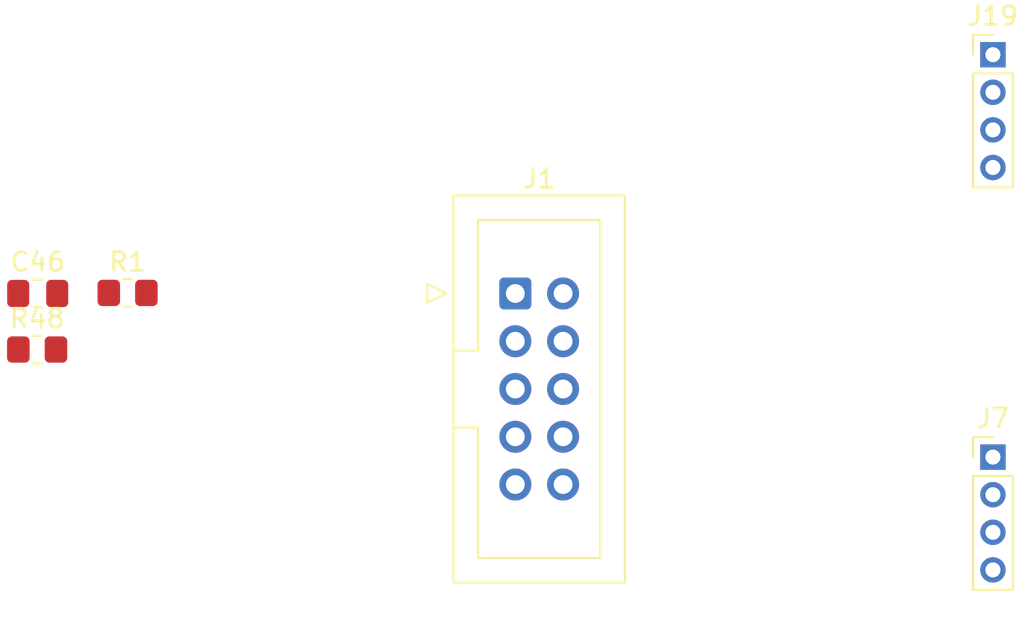
<source format=kicad_pcb>
(kicad_pcb (version 20211014) (generator pcbnew)
  (layers (0 "F.Cu" signal) (31 "B.Cu" signal) (34 "B.Paste" user) (35 "F.Paste" user) (36 "B.SilkS" user "B.Silkscreen") (37 "F.SilkS" user "F.Silkscreen") (38 "B.Mask" user) (39 "F.Mask" user) (44 "Edge.Cuts" user))
  (net 0 "")
  (net 1 "/nRST")
  (net 2 "GND")
  (net 3 "Net-(J1-Pad9)")
  (net 4 "/SWDIO")
  (net 5 "+3V3")
  (net 6 "/SWCLK")
  (footprint "Connector_IDC:IDC-Header_2x05_P2.54mm_Vertical" (layer "F.Cu") (at 152.4 88.9)
    (fp_text reference "J1" (at 1.27 -6.1) (layer "F.SilkS"))
    (fp_text value "10-pin JTAG, AVR layout")
    (fp_line (start -4.68 -0.5) (end -4.68 0.5) (layer "F.SilkS") (width 0.12))
    (fp_line (start 5.83 -5.21) (end 5.83 15.37) (layer "F.SilkS") (width 0.12))
    (fp_line (start -1.98 7.13) (end -1.98 7.13) (layer "F.SilkS") (width 0.12))
    (fp_line (start -3.29 15.37) (end -3.29 -5.21) (layer "F.SilkS") (width 0.12))
    (fp_line (start -1.98 3.03) (end -1.98 -3.91) (layer "F.SilkS") (width 0.12))
    (fp_line (start -4.68 0.5) (end -3.68 0) (layer "F.SilkS") (width 0.12))
    (fp_line (start -3.68 0) (end -4.68 -0.5) (layer "F.SilkS") (width 0.12))
    (fp_line (start -1.98 -3.91) (end 4.52 -3.91) (layer "F.SilkS") (width 0.12))
    (fp_line (start 5.83 15.37) (end -3.29 15.37) (layer "F.SilkS") (width 0.12))
    (fp_line (start -1.98 14.07) (end -1.98 7.13) (layer "F.SilkS") (width 0.12))
    (fp_line (start 4.52 -3.91) (end 4.52 14.07) (layer "F.SilkS") (width 0.12))
    (fp_line (start 4.52 14.07) (end -1.98 14.07) (layer "F.SilkS") (width 0.12))
    (fp_line (start -1.98 7.13) (end -3.29 7.13) (layer "F.SilkS") (width 0.12))
    (fp_line (start -3.29 -5.21) (end 5.83 -5.21) (layer "F.SilkS") (width 0.12))
    (fp_line (start -3.29 3.03) (end -1.98 3.03) (layer "F.SilkS") (width 0.12))
    (pad "1" thru_hole roundrect (at 0 0) (size 1.7 1.7) (drill 1) (layers *.Cu *.Mask) (roundrect_rratio 0.147059) (net 6 "/SWCLK"))
    (pad "2" thru_hole circle (at 2.54 0) (size 1.7 1.7) (drill 1) (layers *.Cu *.Mask) (net 2 "GND"))
    (pad "3" thru_hole circle (at 0 2.54) (size 1.7 1.7) (drill 1) (layers *.Cu *.Mask) (net 4 "/SWDIO"))
    (pad "4" thru_hole circle (at 2.54 2.54) (size 1.7 1.7) (drill 1) (layers *.Cu *.Mask) (net 5 "+3V3"))
    (pad "5" thru_hole circle (at 0 5.08) (size 1.7 1.7) (drill 1) (layers *.Cu *.Mask))
    (pad "6" thru_hole circle (at 2.54 5.08) (size 1.7 1.7) (drill 1) (layers *.Cu *.Mask) (net 1 "/nRST"))
    (pad "7" thru_hole circle (at 0 7.62) (size 1.7 1.7) (drill 1) (layers *.Cu *.Mask) (net 5 "+3V3"))
    (pad "8" thru_hole circle (at 2.54 7.62) (size 1.7 1.7) (drill 1) (layers *.Cu *.Mask))
    (pad "9" thru_hole circle (at 0 10.16) (size 1.7 1.7) (drill 1) (layers *.Cu *.Mask) (net 3 "Net-(J1-Pad9)"))
    (pad "10" thru_hole circle (at 2.54 10.16) (size 1.7 1.7) (drill 1) (layers *.Cu *.Mask) (net 2 "GND"))
  )
  (footprint "Resistor_SMD:R_0805_2012Metric_Pad1.20x1.40mm_HandSolder" (layer "F.Cu") (at 126.97 91.88)
    (fp_text reference "R48" (at 0 -1.65) (layer "F.SilkS"))
    (fp_text value "10k")
    (fp_line (start -0.227064 0.735) (end 0.227064 0.735) (layer "F.SilkS") (width 0.12))
    (fp_line (start -0.227064 -0.735) (end 0.227064 -0.735) (layer "F.SilkS") (width 0.12))
    (pad "1" smd roundrect (at -1 0) (size 1.2 1.4) (layers "F.Cu" "F.Paste" "F.Mask") (roundrect_rratio 0.208333) (net 1 "/nRST"))
    (pad "2" smd roundrect (at 1 0) (size 1.2 1.4) (layers "F.Cu" "F.Paste" "F.Mask") (roundrect_rratio 0.208333) (net 5 "+3V3"))
  )
  (footprint "Capacitor_SMD:C_0805_2012Metric_Pad1.18x1.45mm_HandSolder" (layer "F.Cu") (at 127 88.9)
    (fp_text reference "C46" (at 0 -1.68) (layer "F.SilkS"))
    (fp_text value "100n")
    (fp_line (start -0.261252 0.735) (end 0.261252 0.735) (layer "F.SilkS") (width 0.12))
    (fp_line (start -0.261252 -0.735) (end 0.261252 -0.735) (layer "F.SilkS") (width 0.12))
    (pad "1" smd roundrect (at -1.0375 0) (size 1.175 1.45) (layers "F.Cu" "F.Paste" "F.Mask") (roundrect_rratio 0.212766) (net 1 "/nRST"))
    (pad "2" smd roundrect (at 1.0375 0) (size 1.175 1.45) (layers "F.Cu" "F.Paste" "F.Mask") (roundrect_rratio 0.212766) (net 2 "GND"))
  )
  (footprint "Connector_PinHeader_2.00mm:PinHeader_1x04_P2.00mm_Vertical" (layer "F.Cu") (at 177.8 97.6)
    (fp_text reference "J7" (at 0 -2.06) (layer "F.SilkS"))
    (fp_text value "SWD")
    (fp_line (start -1.06 -1.06) (end 0 -1.06) (layer "F.SilkS") (width 0.12))
    (fp_line (start -1.06 7.06) (end 1.06 7.06) (layer "F.SilkS") (width 0.12))
    (fp_line (start -1.06 1) (end -1.06 7.06) (layer "F.SilkS") (width 0.12))
    (fp_line (start -1.06 1) (end 1.06 1) (layer "F.SilkS") (width 0.12))
    (fp_line (start 1.06 1) (end 1.06 7.06) (layer "F.SilkS") (width 0.12))
    (fp_line (start -1.06 0) (end -1.06 -1.06) (layer "F.SilkS") (width 0.12))
    (pad "1" thru_hole rect (at 0 0) (size 1.35 1.35) (drill 0.8) (layers *.Cu *.Mask) (net 5 "+3V3"))
    (pad "2" thru_hole oval (at 0 2) (size 1.35 1.35) (drill 0.8) (layers *.Cu *.Mask) (net 2 "GND"))
    (pad "3" thru_hole oval (at 0 4) (size 1.35 1.35) (drill 0.8) (layers *.Cu *.Mask) (net 6 "/SWCLK"))
    (pad "4" thru_hole oval (at 0 6) (size 1.35 1.35) (drill 0.8) (layers *.Cu *.Mask) (net 4 "/SWDIO"))
  )
  (footprint "Connector_PinHeader_2.00mm:PinHeader_1x04_P2.00mm_Vertical" (layer "F.Cu") (at 177.8 76.2)
    (fp_text reference "J19" (at 0 -2.06) (layer "F.SilkS"))
    (fp_text value "SWD")
    (fp_line (start 1.06 1) (end 1.06 7.06) (layer "F.SilkS") (width 0.12))
    (fp_line (start -1.06 -1.06) (end 0 -1.06) (layer "F.SilkS") (width 0.12))
    (fp_line (start -1.06 7.06) (end 1.06 7.06) (layer "F.SilkS") (width 0.12))
    (fp_line (start -1.06 1) (end 1.06 1) (layer "F.SilkS") (width 0.12))
    (fp_line (start -1.06 1) (end -1.06 7.06) (layer "F.SilkS") (width 0.12))
    (fp_line (start -1.06 0) (end -1.06 -1.06) (layer "F.SilkS") (width 0.12))
    (pad "1" thru_hole rect (at 0 0) (size 1.35 1.35) (drill 0.8) (layers *.Cu *.Mask) (net 5 "+3V3"))
    (pad "2" thru_hole oval (at 0 2) (size 1.35 1.35) (drill 0.8) (layers *.Cu *.Mask) (net 2 "GND"))
    (pad "3" thru_hole oval (at 0 4) (size 1.35 1.35) (drill 0.8) (layers *.Cu *.Mask) (net 6 "/SWCLK"))
    (pad "4" thru_hole oval (at 0 6) (size 1.35 1.35) (drill 0.8) (layers *.Cu *.Mask) (net 4 "/SWDIO"))
  )
  (footprint "Resistor_SMD:R_0805_2012Metric_Pad1.20x1.40mm_HandSolder" (layer "F.Cu") (at 131.78 88.87)
    (fp_text reference "R1" (at 0 -1.65) (layer "F.SilkS"))
    (fp_text value "470R")
    (fp_line (start -0.227064 0.735) (end 0.227064 0.735) (layer "F.SilkS") (width 0.12))
    (fp_line (start -0.227064 -0.735) (end 0.227064 -0.735) (layer "F.SilkS") (width 0.12))
    (pad "1" smd roundrect (at -1 0) (size 1.2 1.4) (layers "F.Cu" "F.Paste" "F.Mask") (roundrect_rratio 0.208333) (net 3 "Net-(J1-Pad9)"))
    (pad "2" smd roundrect (at 1 0) (size 1.2 1.4) (layers "F.Cu" "F.Paste" "F.Mask") (roundrect_rratio 0.208333) (net 4 "/SWDIO"))
  )
)
</source>
